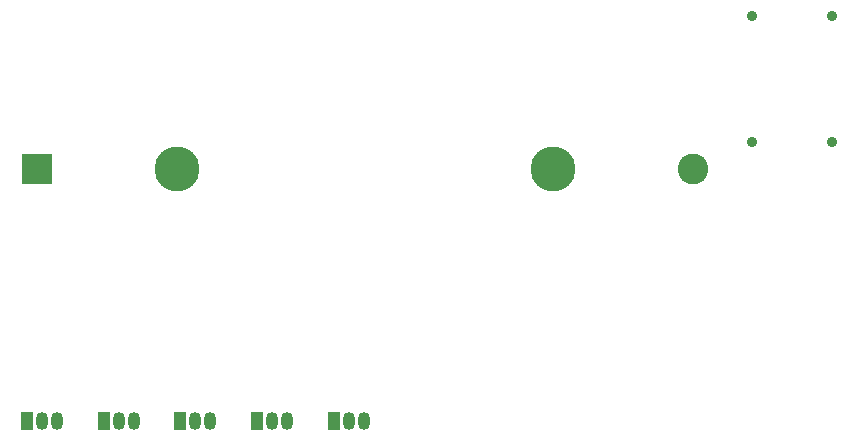
<source format=gbs>
G04 #@! TF.GenerationSoftware,KiCad,Pcbnew,5.1.9+dfsg1-1+deb11u1*
G04 #@! TF.CreationDate,2023-11-08T12:18:59-05:00*
G04 #@! TF.ProjectId,Unit1-04,556e6974-312d-4303-942e-6b696361645f,rev?*
G04 #@! TF.SameCoordinates,Original*
G04 #@! TF.FileFunction,Soldermask,Bot*
G04 #@! TF.FilePolarity,Negative*
%FSLAX46Y46*%
G04 Gerber Fmt 4.6, Leading zero omitted, Abs format (unit mm)*
G04 Created by KiCad (PCBNEW 5.1.9+dfsg1-1+deb11u1) date 2023-11-08 12:18:59*
%MOMM*%
%LPD*%
G01*
G04 APERTURE LIST*
%ADD10C,2.600000*%
%ADD11R,2.600000X2.600000*%
%ADD12C,3.800000*%
%ADD13O,1.050000X1.500000*%
%ADD14R,1.050000X1.500000*%
%ADD15C,0.900000*%
G04 APERTURE END LIST*
D10*
X165875001Y-91185001D03*
D11*
X110275001Y-91185001D03*
D12*
X122175001Y-91185001D03*
X153975001Y-91185001D03*
D13*
X110705001Y-112465001D03*
X111975001Y-112465001D03*
D14*
X109435001Y-112465001D03*
D13*
X117215001Y-112465001D03*
X118485001Y-112465001D03*
D14*
X115945001Y-112465001D03*
D13*
X123725001Y-112465001D03*
X124995001Y-112465001D03*
D14*
X122455001Y-112465001D03*
X128965001Y-112465001D03*
D13*
X131505001Y-112465001D03*
X130235001Y-112465001D03*
D14*
X135475001Y-112465001D03*
D13*
X138015001Y-112465001D03*
X136745001Y-112465001D03*
D15*
X177625001Y-78185001D03*
X170825001Y-78185001D03*
X177625001Y-88900000D03*
X170825001Y-88900000D03*
M02*

</source>
